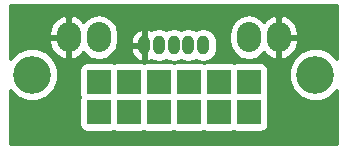
<source format=gbl>
G04 #@! TF.FileFunction,Copper,L2,Bot,Signal*
%FSLAX46Y46*%
G04 Gerber Fmt 4.6, Leading zero omitted, Abs format (unit mm)*
G04 Created by KiCad (PCBNEW 4.0.7-e2-6376~58~ubuntu16.04.1) date Sun Oct 29 10:10:01 2017*
%MOMM*%
%LPD*%
G01*
G04 APERTURE LIST*
%ADD10C,0.100000*%
%ADD11C,3.200000*%
%ADD12O,1.000000X1.600000*%
%ADD13O,2.032000X2.540000*%
%ADD14R,2.032000X2.032000*%
%ADD15C,0.254000*%
G04 APERTURE END LIST*
D10*
D11*
X137860000Y-100965000D03*
X161860000Y-100965000D03*
D12*
X147360000Y-98465000D03*
X148610000Y-98465000D03*
X149860000Y-98465000D03*
X151110000Y-98465000D03*
X152360000Y-98465000D03*
D13*
X140970000Y-97790000D03*
X143510000Y-97790000D03*
X156210000Y-97790000D03*
X158750000Y-97790000D03*
D14*
X156210000Y-101600000D03*
X156210000Y-104140000D03*
X153670000Y-101600000D03*
X153670000Y-104140000D03*
X151130000Y-101600000D03*
X151130000Y-104140000D03*
X148590000Y-101600000D03*
X148590000Y-104140000D03*
X146050000Y-101600000D03*
X146050000Y-104140000D03*
X143510000Y-101600000D03*
X143510000Y-104140000D03*
D15*
G36*
X163733000Y-99677743D02*
X163127679Y-99071364D01*
X162306519Y-98730389D01*
X161417381Y-98729613D01*
X160595628Y-99069155D01*
X159966364Y-99697321D01*
X159625389Y-100518481D01*
X159624613Y-101407619D01*
X159964155Y-102229372D01*
X160592321Y-102858636D01*
X161413481Y-103199611D01*
X162302619Y-103200387D01*
X163124372Y-102860845D01*
X163733000Y-102253279D01*
X163733000Y-106838000D01*
X135987000Y-106838000D01*
X135987000Y-102252257D01*
X136592321Y-102858636D01*
X137413481Y-103199611D01*
X138302619Y-103200387D01*
X139124372Y-102860845D01*
X139753636Y-102232679D01*
X140094611Y-101411519D01*
X140095333Y-100584000D01*
X141846560Y-100584000D01*
X141846560Y-102616000D01*
X141890838Y-102851317D01*
X141900993Y-102867099D01*
X141897569Y-102872110D01*
X141846560Y-103124000D01*
X141846560Y-105156000D01*
X141890838Y-105391317D01*
X142029910Y-105607441D01*
X142242110Y-105752431D01*
X142494000Y-105803440D01*
X144526000Y-105803440D01*
X144761317Y-105759162D01*
X144777099Y-105749007D01*
X144782110Y-105752431D01*
X145034000Y-105803440D01*
X147066000Y-105803440D01*
X147301317Y-105759162D01*
X147317099Y-105749007D01*
X147322110Y-105752431D01*
X147574000Y-105803440D01*
X149606000Y-105803440D01*
X149841317Y-105759162D01*
X149857099Y-105749007D01*
X149862110Y-105752431D01*
X150114000Y-105803440D01*
X152146000Y-105803440D01*
X152381317Y-105759162D01*
X152397099Y-105749007D01*
X152402110Y-105752431D01*
X152654000Y-105803440D01*
X154686000Y-105803440D01*
X154921317Y-105759162D01*
X154937099Y-105749007D01*
X154942110Y-105752431D01*
X155194000Y-105803440D01*
X157226000Y-105803440D01*
X157461317Y-105759162D01*
X157677441Y-105620090D01*
X157822431Y-105407890D01*
X157873440Y-105156000D01*
X157873440Y-103124000D01*
X157829162Y-102888683D01*
X157819007Y-102872901D01*
X157822431Y-102867890D01*
X157873440Y-102616000D01*
X157873440Y-100584000D01*
X157829162Y-100348683D01*
X157690090Y-100132559D01*
X157477890Y-99987569D01*
X157226000Y-99936560D01*
X155194000Y-99936560D01*
X154958683Y-99980838D01*
X154942901Y-99990993D01*
X154937890Y-99987569D01*
X154686000Y-99936560D01*
X152654000Y-99936560D01*
X152418683Y-99980838D01*
X152402901Y-99990993D01*
X152397890Y-99987569D01*
X152146000Y-99936560D01*
X150114000Y-99936560D01*
X149878683Y-99980838D01*
X149862901Y-99990993D01*
X149857890Y-99987569D01*
X149606000Y-99936560D01*
X147574000Y-99936560D01*
X147338683Y-99980838D01*
X147322901Y-99990993D01*
X147317890Y-99987569D01*
X147066000Y-99936560D01*
X145034000Y-99936560D01*
X144798683Y-99980838D01*
X144782901Y-99990993D01*
X144777890Y-99987569D01*
X144526000Y-99936560D01*
X142494000Y-99936560D01*
X142258683Y-99980838D01*
X142042559Y-100119910D01*
X141897569Y-100332110D01*
X141846560Y-100584000D01*
X140095333Y-100584000D01*
X140095387Y-100522381D01*
X139755845Y-99700628D01*
X139127679Y-99071364D01*
X138306519Y-98730389D01*
X137417381Y-98729613D01*
X136595628Y-99069155D01*
X135987000Y-99676721D01*
X135987000Y-97917000D01*
X139319000Y-97917000D01*
X139319000Y-98171000D01*
X139493276Y-98793143D01*
X139892370Y-99301236D01*
X140455523Y-99617926D01*
X140587056Y-99649975D01*
X140843000Y-99530836D01*
X140843000Y-97917000D01*
X139319000Y-97917000D01*
X135987000Y-97917000D01*
X135987000Y-97409000D01*
X139319000Y-97409000D01*
X139319000Y-97663000D01*
X140843000Y-97663000D01*
X140843000Y-96049164D01*
X141097000Y-96049164D01*
X141097000Y-97663000D01*
X141117000Y-97663000D01*
X141117000Y-97917000D01*
X141097000Y-97917000D01*
X141097000Y-99530836D01*
X141352944Y-99649975D01*
X141484477Y-99617926D01*
X142047630Y-99301236D01*
X142225946Y-99074219D01*
X142342567Y-99248754D01*
X142878190Y-99606646D01*
X143510000Y-99732321D01*
X144141810Y-99606646D01*
X144677433Y-99248754D01*
X145035325Y-98713131D01*
X145059419Y-98592000D01*
X146225000Y-98592000D01*
X146225000Y-98892000D01*
X146359998Y-99316678D01*
X146647237Y-99657368D01*
X147058126Y-99859119D01*
X147233000Y-99732954D01*
X147233000Y-98592000D01*
X146225000Y-98592000D01*
X145059419Y-98592000D01*
X145161000Y-98081321D01*
X145161000Y-98038000D01*
X146225000Y-98038000D01*
X146225000Y-98338000D01*
X147233000Y-98338000D01*
X147233000Y-98136887D01*
X147475000Y-98136887D01*
X147475000Y-98793113D01*
X147487000Y-98853441D01*
X147487000Y-99732954D01*
X147661874Y-99859119D01*
X147973040Y-99706333D01*
X148175654Y-99841716D01*
X148610000Y-99928113D01*
X149044346Y-99841716D01*
X149235000Y-99714325D01*
X149425654Y-99841716D01*
X149860000Y-99928113D01*
X150294346Y-99841716D01*
X150485000Y-99714325D01*
X150675654Y-99841716D01*
X151110000Y-99928113D01*
X151544346Y-99841716D01*
X151735000Y-99714325D01*
X151925654Y-99841716D01*
X152360000Y-99928113D01*
X152794346Y-99841716D01*
X153162566Y-99595679D01*
X153408603Y-99227459D01*
X153495000Y-98793113D01*
X153495000Y-98136887D01*
X153408603Y-97702541D01*
X153272387Y-97498679D01*
X154559000Y-97498679D01*
X154559000Y-98081321D01*
X154684675Y-98713131D01*
X155042567Y-99248754D01*
X155578190Y-99606646D01*
X156210000Y-99732321D01*
X156841810Y-99606646D01*
X157377433Y-99248754D01*
X157494054Y-99074219D01*
X157672370Y-99301236D01*
X158235523Y-99617926D01*
X158367056Y-99649975D01*
X158623000Y-99530836D01*
X158623000Y-97917000D01*
X158877000Y-97917000D01*
X158877000Y-99530836D01*
X159132944Y-99649975D01*
X159264477Y-99617926D01*
X159827630Y-99301236D01*
X160226724Y-98793143D01*
X160401000Y-98171000D01*
X160401000Y-97917000D01*
X158877000Y-97917000D01*
X158623000Y-97917000D01*
X158603000Y-97917000D01*
X158603000Y-97663000D01*
X158623000Y-97663000D01*
X158623000Y-96049164D01*
X158877000Y-96049164D01*
X158877000Y-97663000D01*
X160401000Y-97663000D01*
X160401000Y-97409000D01*
X160226724Y-96786857D01*
X159827630Y-96278764D01*
X159264477Y-95962074D01*
X159132944Y-95930025D01*
X158877000Y-96049164D01*
X158623000Y-96049164D01*
X158367056Y-95930025D01*
X158235523Y-95962074D01*
X157672370Y-96278764D01*
X157494054Y-96505781D01*
X157377433Y-96331246D01*
X156841810Y-95973354D01*
X156210000Y-95847679D01*
X155578190Y-95973354D01*
X155042567Y-96331246D01*
X154684675Y-96866869D01*
X154559000Y-97498679D01*
X153272387Y-97498679D01*
X153162566Y-97334321D01*
X152794346Y-97088284D01*
X152360000Y-97001887D01*
X151925654Y-97088284D01*
X151735000Y-97215675D01*
X151544346Y-97088284D01*
X151110000Y-97001887D01*
X150675654Y-97088284D01*
X150485000Y-97215675D01*
X150294346Y-97088284D01*
X149860000Y-97001887D01*
X149425654Y-97088284D01*
X149235000Y-97215675D01*
X149044346Y-97088284D01*
X148610000Y-97001887D01*
X148175654Y-97088284D01*
X147973040Y-97223667D01*
X147661874Y-97070881D01*
X147487000Y-97197046D01*
X147487000Y-98076559D01*
X147475000Y-98136887D01*
X147233000Y-98136887D01*
X147233000Y-97197046D01*
X147058126Y-97070881D01*
X146647237Y-97272632D01*
X146359998Y-97613322D01*
X146225000Y-98038000D01*
X145161000Y-98038000D01*
X145161000Y-97498679D01*
X145035325Y-96866869D01*
X144677433Y-96331246D01*
X144141810Y-95973354D01*
X143510000Y-95847679D01*
X142878190Y-95973354D01*
X142342567Y-96331246D01*
X142225946Y-96505781D01*
X142047630Y-96278764D01*
X141484477Y-95962074D01*
X141352944Y-95930025D01*
X141097000Y-96049164D01*
X140843000Y-96049164D01*
X140587056Y-95930025D01*
X140455523Y-95962074D01*
X139892370Y-96278764D01*
X139493276Y-96786857D01*
X139319000Y-97409000D01*
X135987000Y-97409000D01*
X135987000Y-95092000D01*
X163733000Y-95092000D01*
X163733000Y-99677743D01*
X163733000Y-99677743D01*
G37*
X163733000Y-99677743D02*
X163127679Y-99071364D01*
X162306519Y-98730389D01*
X161417381Y-98729613D01*
X160595628Y-99069155D01*
X159966364Y-99697321D01*
X159625389Y-100518481D01*
X159624613Y-101407619D01*
X159964155Y-102229372D01*
X160592321Y-102858636D01*
X161413481Y-103199611D01*
X162302619Y-103200387D01*
X163124372Y-102860845D01*
X163733000Y-102253279D01*
X163733000Y-106838000D01*
X135987000Y-106838000D01*
X135987000Y-102252257D01*
X136592321Y-102858636D01*
X137413481Y-103199611D01*
X138302619Y-103200387D01*
X139124372Y-102860845D01*
X139753636Y-102232679D01*
X140094611Y-101411519D01*
X140095333Y-100584000D01*
X141846560Y-100584000D01*
X141846560Y-102616000D01*
X141890838Y-102851317D01*
X141900993Y-102867099D01*
X141897569Y-102872110D01*
X141846560Y-103124000D01*
X141846560Y-105156000D01*
X141890838Y-105391317D01*
X142029910Y-105607441D01*
X142242110Y-105752431D01*
X142494000Y-105803440D01*
X144526000Y-105803440D01*
X144761317Y-105759162D01*
X144777099Y-105749007D01*
X144782110Y-105752431D01*
X145034000Y-105803440D01*
X147066000Y-105803440D01*
X147301317Y-105759162D01*
X147317099Y-105749007D01*
X147322110Y-105752431D01*
X147574000Y-105803440D01*
X149606000Y-105803440D01*
X149841317Y-105759162D01*
X149857099Y-105749007D01*
X149862110Y-105752431D01*
X150114000Y-105803440D01*
X152146000Y-105803440D01*
X152381317Y-105759162D01*
X152397099Y-105749007D01*
X152402110Y-105752431D01*
X152654000Y-105803440D01*
X154686000Y-105803440D01*
X154921317Y-105759162D01*
X154937099Y-105749007D01*
X154942110Y-105752431D01*
X155194000Y-105803440D01*
X157226000Y-105803440D01*
X157461317Y-105759162D01*
X157677441Y-105620090D01*
X157822431Y-105407890D01*
X157873440Y-105156000D01*
X157873440Y-103124000D01*
X157829162Y-102888683D01*
X157819007Y-102872901D01*
X157822431Y-102867890D01*
X157873440Y-102616000D01*
X157873440Y-100584000D01*
X157829162Y-100348683D01*
X157690090Y-100132559D01*
X157477890Y-99987569D01*
X157226000Y-99936560D01*
X155194000Y-99936560D01*
X154958683Y-99980838D01*
X154942901Y-99990993D01*
X154937890Y-99987569D01*
X154686000Y-99936560D01*
X152654000Y-99936560D01*
X152418683Y-99980838D01*
X152402901Y-99990993D01*
X152397890Y-99987569D01*
X152146000Y-99936560D01*
X150114000Y-99936560D01*
X149878683Y-99980838D01*
X149862901Y-99990993D01*
X149857890Y-99987569D01*
X149606000Y-99936560D01*
X147574000Y-99936560D01*
X147338683Y-99980838D01*
X147322901Y-99990993D01*
X147317890Y-99987569D01*
X147066000Y-99936560D01*
X145034000Y-99936560D01*
X144798683Y-99980838D01*
X144782901Y-99990993D01*
X144777890Y-99987569D01*
X144526000Y-99936560D01*
X142494000Y-99936560D01*
X142258683Y-99980838D01*
X142042559Y-100119910D01*
X141897569Y-100332110D01*
X141846560Y-100584000D01*
X140095333Y-100584000D01*
X140095387Y-100522381D01*
X139755845Y-99700628D01*
X139127679Y-99071364D01*
X138306519Y-98730389D01*
X137417381Y-98729613D01*
X136595628Y-99069155D01*
X135987000Y-99676721D01*
X135987000Y-97917000D01*
X139319000Y-97917000D01*
X139319000Y-98171000D01*
X139493276Y-98793143D01*
X139892370Y-99301236D01*
X140455523Y-99617926D01*
X140587056Y-99649975D01*
X140843000Y-99530836D01*
X140843000Y-97917000D01*
X139319000Y-97917000D01*
X135987000Y-97917000D01*
X135987000Y-97409000D01*
X139319000Y-97409000D01*
X139319000Y-97663000D01*
X140843000Y-97663000D01*
X140843000Y-96049164D01*
X141097000Y-96049164D01*
X141097000Y-97663000D01*
X141117000Y-97663000D01*
X141117000Y-97917000D01*
X141097000Y-97917000D01*
X141097000Y-99530836D01*
X141352944Y-99649975D01*
X141484477Y-99617926D01*
X142047630Y-99301236D01*
X142225946Y-99074219D01*
X142342567Y-99248754D01*
X142878190Y-99606646D01*
X143510000Y-99732321D01*
X144141810Y-99606646D01*
X144677433Y-99248754D01*
X145035325Y-98713131D01*
X145059419Y-98592000D01*
X146225000Y-98592000D01*
X146225000Y-98892000D01*
X146359998Y-99316678D01*
X146647237Y-99657368D01*
X147058126Y-99859119D01*
X147233000Y-99732954D01*
X147233000Y-98592000D01*
X146225000Y-98592000D01*
X145059419Y-98592000D01*
X145161000Y-98081321D01*
X145161000Y-98038000D01*
X146225000Y-98038000D01*
X146225000Y-98338000D01*
X147233000Y-98338000D01*
X147233000Y-98136887D01*
X147475000Y-98136887D01*
X147475000Y-98793113D01*
X147487000Y-98853441D01*
X147487000Y-99732954D01*
X147661874Y-99859119D01*
X147973040Y-99706333D01*
X148175654Y-99841716D01*
X148610000Y-99928113D01*
X149044346Y-99841716D01*
X149235000Y-99714325D01*
X149425654Y-99841716D01*
X149860000Y-99928113D01*
X150294346Y-99841716D01*
X150485000Y-99714325D01*
X150675654Y-99841716D01*
X151110000Y-99928113D01*
X151544346Y-99841716D01*
X151735000Y-99714325D01*
X151925654Y-99841716D01*
X152360000Y-99928113D01*
X152794346Y-99841716D01*
X153162566Y-99595679D01*
X153408603Y-99227459D01*
X153495000Y-98793113D01*
X153495000Y-98136887D01*
X153408603Y-97702541D01*
X153272387Y-97498679D01*
X154559000Y-97498679D01*
X154559000Y-98081321D01*
X154684675Y-98713131D01*
X155042567Y-99248754D01*
X155578190Y-99606646D01*
X156210000Y-99732321D01*
X156841810Y-99606646D01*
X157377433Y-99248754D01*
X157494054Y-99074219D01*
X157672370Y-99301236D01*
X158235523Y-99617926D01*
X158367056Y-99649975D01*
X158623000Y-99530836D01*
X158623000Y-97917000D01*
X158877000Y-97917000D01*
X158877000Y-99530836D01*
X159132944Y-99649975D01*
X159264477Y-99617926D01*
X159827630Y-99301236D01*
X160226724Y-98793143D01*
X160401000Y-98171000D01*
X160401000Y-97917000D01*
X158877000Y-97917000D01*
X158623000Y-97917000D01*
X158603000Y-97917000D01*
X158603000Y-97663000D01*
X158623000Y-97663000D01*
X158623000Y-96049164D01*
X158877000Y-96049164D01*
X158877000Y-97663000D01*
X160401000Y-97663000D01*
X160401000Y-97409000D01*
X160226724Y-96786857D01*
X159827630Y-96278764D01*
X159264477Y-95962074D01*
X159132944Y-95930025D01*
X158877000Y-96049164D01*
X158623000Y-96049164D01*
X158367056Y-95930025D01*
X158235523Y-95962074D01*
X157672370Y-96278764D01*
X157494054Y-96505781D01*
X157377433Y-96331246D01*
X156841810Y-95973354D01*
X156210000Y-95847679D01*
X155578190Y-95973354D01*
X155042567Y-96331246D01*
X154684675Y-96866869D01*
X154559000Y-97498679D01*
X153272387Y-97498679D01*
X153162566Y-97334321D01*
X152794346Y-97088284D01*
X152360000Y-97001887D01*
X151925654Y-97088284D01*
X151735000Y-97215675D01*
X151544346Y-97088284D01*
X151110000Y-97001887D01*
X150675654Y-97088284D01*
X150485000Y-97215675D01*
X150294346Y-97088284D01*
X149860000Y-97001887D01*
X149425654Y-97088284D01*
X149235000Y-97215675D01*
X149044346Y-97088284D01*
X148610000Y-97001887D01*
X148175654Y-97088284D01*
X147973040Y-97223667D01*
X147661874Y-97070881D01*
X147487000Y-97197046D01*
X147487000Y-98076559D01*
X147475000Y-98136887D01*
X147233000Y-98136887D01*
X147233000Y-97197046D01*
X147058126Y-97070881D01*
X146647237Y-97272632D01*
X146359998Y-97613322D01*
X146225000Y-98038000D01*
X145161000Y-98038000D01*
X145161000Y-97498679D01*
X145035325Y-96866869D01*
X144677433Y-96331246D01*
X144141810Y-95973354D01*
X143510000Y-95847679D01*
X142878190Y-95973354D01*
X142342567Y-96331246D01*
X142225946Y-96505781D01*
X142047630Y-96278764D01*
X141484477Y-95962074D01*
X141352944Y-95930025D01*
X141097000Y-96049164D01*
X140843000Y-96049164D01*
X140587056Y-95930025D01*
X140455523Y-95962074D01*
X139892370Y-96278764D01*
X139493276Y-96786857D01*
X139319000Y-97409000D01*
X135987000Y-97409000D01*
X135987000Y-95092000D01*
X163733000Y-95092000D01*
X163733000Y-99677743D01*
M02*

</source>
